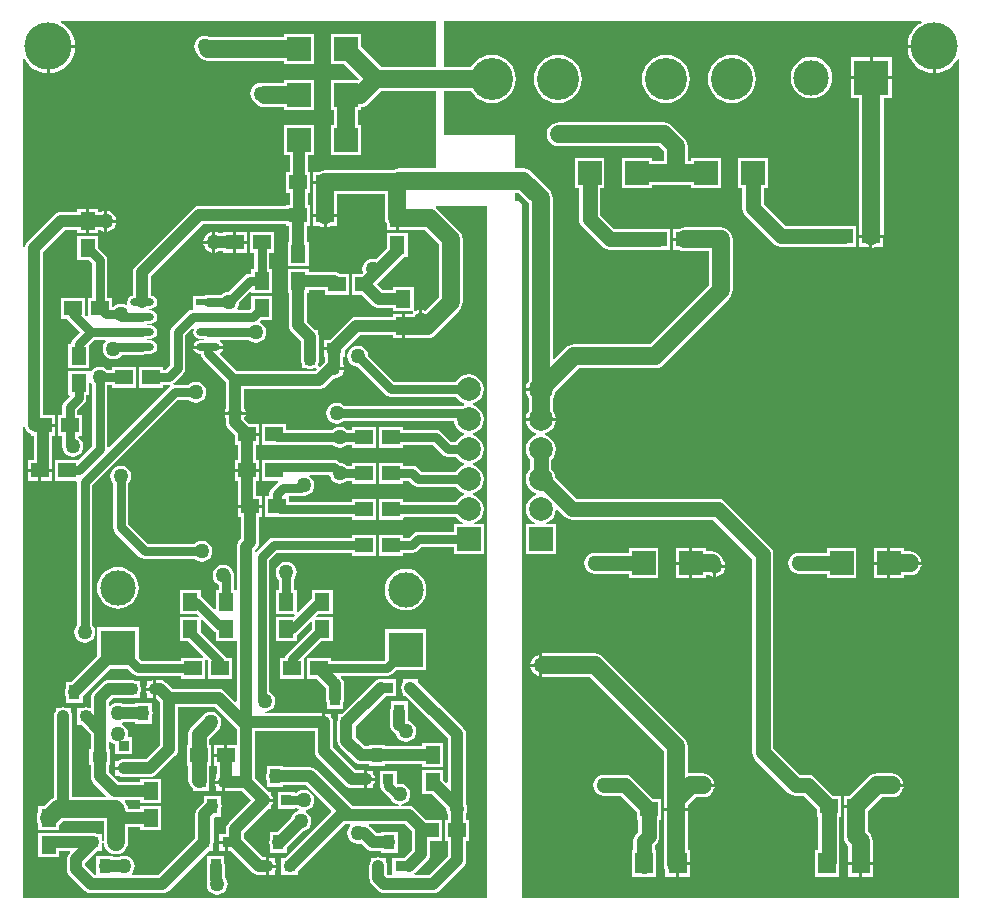
<source format=gbl>
G04 Layer_Physical_Order=2*
G04 Layer_Color=16711680*
%FSLAX25Y25*%
%MOIN*%
G70*
G01*
G75*
%ADD10R,0.05000X0.06000*%
%ADD18R,0.06000X0.05000*%
%ADD22C,0.03000*%
%ADD23C,0.04000*%
%ADD24C,0.06000*%
%ADD25C,0.05000*%
%ADD26R,0.07874X0.07874*%
%ADD27C,0.07874*%
%ADD28C,0.14000*%
%ADD29R,0.11811X0.11811*%
%ADD30C,0.11811*%
%ADD31C,0.15748*%
%ADD32R,0.11811X0.11811*%
%ADD33C,0.05000*%
%ADD34O,0.08000X0.02400*%
%ADD35R,0.08000X0.02400*%
%ADD36R,0.07874X0.07874*%
%ADD37R,0.06200X0.07000*%
%ADD38R,0.05000X0.03600*%
%ADD39R,0.03600X0.03600*%
%ADD40R,0.03600X0.03000*%
%ADD41R,0.03000X0.03600*%
%ADD42R,0.03600X0.03600*%
%ADD43R,0.03600X0.05000*%
G36*
X513000Y475476D02*
X494856D01*
X488063Y482269D01*
Y486437D01*
X478189D01*
Y476563D01*
X482357D01*
X487479Y471441D01*
X486975Y470937D01*
X478189D01*
Y461063D01*
X479092D01*
Y455937D01*
X478189D01*
Y446063D01*
X488063D01*
Y455937D01*
X487160D01*
Y461063D01*
X488063D01*
Y462007D01*
X488788Y462103D01*
X489761Y462506D01*
X490597Y463147D01*
X494856Y467406D01*
X513000D01*
Y441605D01*
X500697D01*
X499653Y441468D01*
X498680Y441065D01*
X498640Y441035D01*
X476126D01*
X475082Y440897D01*
X474123Y440500D01*
X472126D01*
Y437500D01*
X476126D01*
Y436500D01*
X472091D01*
Y426500D01*
X480161D01*
Y432966D01*
X496092D01*
Y425000D01*
X496229Y423956D01*
X496626Y422997D01*
Y421000D01*
X499626D01*
Y425000D01*
X500626D01*
Y421000D01*
X502738D01*
X503000Y420965D01*
X509329D01*
X513966Y416329D01*
Y398671D01*
X509473Y394178D01*
X508914Y394410D01*
X508500Y394464D01*
Y391000D01*
X507500D01*
Y394464D01*
X507086Y394410D01*
X506235Y394057D01*
X506068Y393929D01*
X505860Y394032D01*
X505860D01*
X505620Y394150D01*
Y402000D01*
X498620D01*
Y401026D01*
X495373D01*
X493405Y402994D01*
X502266Y411854D01*
X502378Y412000D01*
X503626D01*
Y420000D01*
X496626D01*
Y414773D01*
X493161Y411308D01*
X492914Y411410D01*
X492000Y411530D01*
X491086Y411410D01*
X490235Y411057D01*
X489504Y410496D01*
X488943Y409765D01*
X488590Y408914D01*
X488470Y408000D01*
X488590Y407086D01*
X488692Y406839D01*
X488347Y406494D01*
X485126D01*
Y399494D01*
X488347D01*
X491980Y395860D01*
X492607Y395379D01*
X493336Y395077D01*
X494120Y394974D01*
X494120Y394974D01*
X498620D01*
Y394000D01*
X505382D01*
X505484Y393702D01*
X505484Y393702D01*
X505543Y393527D01*
X505504Y393496D01*
X505150Y393035D01*
X503000D01*
X502738Y393000D01*
X502620D01*
Y389000D01*
Y385000D01*
X502738D01*
X503000Y384965D01*
X510000D01*
X510000Y384965D01*
X511044Y385103D01*
X512017Y385506D01*
X512853Y386147D01*
X520853Y394147D01*
X521494Y394983D01*
X521897Y395956D01*
X522035Y397000D01*
X522035Y397000D01*
Y418000D01*
X522035Y418000D01*
X522035Y418000D01*
Y418000D01*
X522035D01*
X522035Y418000D01*
X521897Y419044D01*
X521730Y419447D01*
X521494Y420017D01*
X520853Y420853D01*
X520853Y420853D01*
X513853Y427853D01*
X513017Y428494D01*
X512980Y428510D01*
X513077Y429000D01*
X529967D01*
Y198380D01*
X375545D01*
Y355436D01*
X376044Y355469D01*
X376077Y355217D01*
X376379Y354487D01*
X376860Y353860D01*
X377487Y353380D01*
X378000Y353167D01*
Y352500D01*
X378974D01*
Y344500D01*
X377000D01*
Y341500D01*
X385000D01*
Y341803D01*
X385026Y342000D01*
Y352500D01*
X386000D01*
Y355500D01*
X382000D01*
Y356500D01*
X386000D01*
Y359500D01*
X382026D01*
Y413747D01*
X389253Y420974D01*
X393506D01*
Y420000D01*
X396506D01*
Y424000D01*
Y428000D01*
X393506D01*
Y427026D01*
X388000D01*
X387217Y426923D01*
X386701Y426709D01*
X386487Y426620D01*
X385860Y426140D01*
X376860Y417140D01*
X376379Y416513D01*
X376291Y416299D01*
X376077Y415783D01*
X376044Y415531D01*
X375545Y415564D01*
Y477982D01*
X376030Y478104D01*
X376444Y477329D01*
X377553Y475978D01*
X378904Y474869D01*
X380446Y474045D01*
X382119Y473538D01*
X383358Y473416D01*
Y482283D01*
X383858D01*
Y482784D01*
X392726D01*
X392604Y484023D01*
X392096Y485696D01*
X391272Y487237D01*
X390163Y488589D01*
X388812Y489698D01*
X388038Y490112D01*
X388159Y490597D01*
X513000D01*
Y475476D01*
D02*
G37*
G36*
X674954Y490112D02*
X674180Y489698D01*
X672829Y488589D01*
X671720Y487237D01*
X670896Y485696D01*
X670388Y484023D01*
X670266Y482784D01*
X679134D01*
Y482283D01*
X679634D01*
Y473416D01*
X680873Y473538D01*
X682546Y474045D01*
X684088Y474869D01*
X685439Y475978D01*
X686548Y477329D01*
X686962Y478104D01*
X687447Y477982D01*
Y198380D01*
X541884D01*
Y429134D01*
X541767Y429719D01*
X541436Y430215D01*
X540940Y430547D01*
X540354Y430663D01*
X539370D01*
Y433536D01*
X540547D01*
X543965Y430118D01*
Y370852D01*
X543687Y370490D01*
X543190Y369289D01*
X543086Y368500D01*
X548000D01*
Y367500D01*
X543086D01*
X543190Y366711D01*
X543687Y365510D01*
X543965Y365148D01*
Y360852D01*
X543687Y360490D01*
X543190Y359289D01*
X543086Y358500D01*
X552914D01*
X552810Y359289D01*
X552313Y360490D01*
X552035Y360852D01*
Y365148D01*
X552313Y365510D01*
X552810Y366711D01*
X552870Y367164D01*
X560671Y374966D01*
X586000D01*
X586000Y374966D01*
X587044Y375103D01*
X588017Y375506D01*
X588853Y376147D01*
X610853Y398147D01*
X611494Y398983D01*
X611897Y399956D01*
X612035Y401000D01*
X612035Y401000D01*
Y418000D01*
X611897Y419044D01*
X611494Y420017D01*
X610853Y420853D01*
X610017Y421494D01*
X609044Y421897D01*
X608000Y422035D01*
X596000D01*
X594956Y421897D01*
X593997Y421500D01*
X592000D01*
Y418500D01*
X596000D01*
Y417500D01*
X592000D01*
Y414500D01*
X593997D01*
X594956Y414103D01*
X596000Y413966D01*
X603966D01*
Y402671D01*
X584329Y383034D01*
X559000D01*
X559000Y383034D01*
X557956Y382897D01*
X556983Y382494D01*
X556147Y381853D01*
X552496Y378202D01*
X552035Y378394D01*
Y431789D01*
X551897Y432833D01*
X551494Y433806D01*
X550853Y434642D01*
X550853Y434642D01*
X545071Y440424D01*
X544236Y441065D01*
X543262Y441468D01*
X542218Y441605D01*
X542218Y441605D01*
X539370D01*
Y452756D01*
X515748D01*
Y467406D01*
X524763D01*
X524993Y466975D01*
X525993Y465757D01*
X527211Y464757D01*
X528601Y464014D01*
X530109Y463557D01*
X531677Y463402D01*
X533245Y463557D01*
X534753Y464014D01*
X536143Y464757D01*
X537361Y465757D01*
X538361Y466975D01*
X539104Y468365D01*
X539561Y469873D01*
X539716Y471441D01*
X539561Y473009D01*
X539104Y474517D01*
X538361Y475907D01*
X537361Y477125D01*
X536143Y478125D01*
X534753Y478868D01*
X533245Y479325D01*
X531677Y479480D01*
X530109Y479325D01*
X528601Y478868D01*
X527211Y478125D01*
X525993Y477125D01*
X524993Y475907D01*
X524763Y475476D01*
X515748D01*
Y490597D01*
X674833D01*
X674954Y490112D01*
D02*
G37*
%LPC*%
G36*
X418776Y270988D02*
X418492Y270951D01*
X418196Y270828D01*
X416776D01*
Y269698D01*
X416655Y269541D01*
X416353Y268811D01*
X416315Y268528D01*
X418776D01*
Y270988D01*
D02*
G37*
G36*
X416276Y268225D02*
X416250Y268028D01*
X416276Y267831D01*
Y268225D01*
D02*
G37*
G36*
X547500Y275500D02*
X544536D01*
X544590Y275086D01*
X544943Y274235D01*
X545504Y273504D01*
X546235Y272943D01*
X546623Y272782D01*
X546983Y272506D01*
X547500Y272292D01*
Y275500D01*
D02*
G37*
G36*
X463126Y310530D02*
X462212Y310410D01*
X461361Y310057D01*
X460630Y309496D01*
X460069Y308765D01*
X459716Y307914D01*
X459596Y307000D01*
X459716Y306086D01*
X460069Y305235D01*
X460583Y304564D01*
Y301000D01*
X459632D01*
Y293000D01*
X465868D01*
X466059Y292538D01*
X465521Y292000D01*
X459632D01*
Y284000D01*
X466632D01*
Y286000D01*
X466928Y286198D01*
X471170Y290440D01*
X471632Y290248D01*
Y288105D01*
X463324Y279796D01*
X462771Y278969D01*
X462676Y278494D01*
X461126D01*
Y271494D01*
X469126D01*
Y278389D01*
X474737Y284000D01*
X478632D01*
Y292000D01*
X473384D01*
X473193Y292462D01*
X473731Y293000D01*
X478632D01*
Y301000D01*
X471632D01*
Y298111D01*
X467094Y293573D01*
X466632Y293764D01*
Y301000D01*
X465681D01*
Y304581D01*
X466183Y305235D01*
X466536Y306086D01*
X466656Y307000D01*
X466536Y307914D01*
X466183Y308765D01*
X465622Y309496D01*
X464891Y310057D01*
X464040Y310410D01*
X463126Y310530D01*
D02*
G37*
G36*
X418776Y267528D02*
X416315D01*
X416353Y267245D01*
X416655Y266515D01*
X416776Y266358D01*
Y265228D01*
X418196D01*
X418492Y265105D01*
X418776Y265068D01*
Y267528D01*
D02*
G37*
G36*
X494780Y271554D02*
X493997Y271451D01*
X493267Y271148D01*
X492640Y270667D01*
X481745Y259772D01*
X480424D01*
Y258052D01*
X480302Y257755D01*
X480199Y256972D01*
Y250776D01*
X480302Y249992D01*
X480515Y249476D01*
X480604Y249263D01*
X481085Y248636D01*
X485888Y243833D01*
X486515Y243352D01*
X487245Y243049D01*
X488028Y242946D01*
X490625D01*
Y242472D01*
X496224D01*
Y242946D01*
X508506D01*
Y242000D01*
X515506D01*
Y250000D01*
X508506D01*
Y248998D01*
X496224D01*
Y249472D01*
X490625D01*
Y248998D01*
X489281D01*
X486250Y252029D01*
Y255719D01*
X496259Y265728D01*
X499823D01*
Y271328D01*
X495860D01*
X495563Y271451D01*
X494780Y271554D01*
D02*
G37*
G36*
X490225Y240932D02*
Y238472D01*
X492685D01*
X492647Y238755D01*
X492345Y239485D01*
X492225Y239642D01*
Y240772D01*
X490804D01*
X490508Y240895D01*
X490225Y240932D01*
D02*
G37*
G36*
X442500Y249494D02*
X439000D01*
Y246494D01*
X442500D01*
Y249494D01*
D02*
G37*
G36*
X411775Y271054D02*
X404028D01*
X403245Y270951D01*
X402729Y270737D01*
X402515Y270648D01*
X401888Y270167D01*
X398888Y267167D01*
X398407Y266541D01*
X398319Y266327D01*
X398105Y265811D01*
X398002Y265028D01*
Y261772D01*
X397355D01*
X397059Y261895D01*
X396275Y261998D01*
X395492Y261895D01*
X395196Y261772D01*
X393476D01*
Y260052D01*
X393353Y259755D01*
X393250Y258972D01*
X393353Y258189D01*
X393476Y257893D01*
Y256172D01*
X394796D01*
X398002Y252966D01*
Y248224D01*
X397528D01*
Y242624D01*
X398002D01*
Y238972D01*
X398105Y238189D01*
X398319Y237673D01*
X398407Y237459D01*
X398888Y236833D01*
X403224Y232497D01*
X403033Y232034D01*
X391801D01*
Y258972D01*
X391698Y259755D01*
X391396Y260485D01*
X391276Y260642D01*
Y261772D01*
X389855D01*
X389559Y261895D01*
X388775Y261998D01*
X387992Y261895D01*
X387696Y261772D01*
X386276D01*
Y260642D01*
X386155Y260485D01*
X385853Y259755D01*
X385750Y258972D01*
Y231814D01*
X384976Y231494D01*
X384141Y230853D01*
X382288Y229000D01*
X380494D01*
Y227003D01*
X380097Y226044D01*
X379959Y225000D01*
X380097Y223956D01*
X380494Y222997D01*
Y221000D01*
X383731D01*
X383994Y220966D01*
X384256Y221000D01*
X387494D01*
Y222794D01*
X388665Y223966D01*
X402367D01*
Y217511D01*
X401868Y217479D01*
X401824Y217811D01*
X401701Y218107D01*
Y219828D01*
X399981D01*
X399685Y219951D01*
X398902Y220054D01*
X385021D01*
X384614Y220000D01*
X380494D01*
Y212000D01*
X387494D01*
Y214002D01*
X390943D01*
X391134Y213540D01*
X390986Y213392D01*
X390506Y212765D01*
X390417Y212551D01*
X390203Y212035D01*
X390100Y211252D01*
Y208000D01*
X390203Y207217D01*
X390417Y206701D01*
X390506Y206487D01*
X390986Y205860D01*
X395986Y200860D01*
X396613Y200379D01*
X396978Y200228D01*
X397343Y200077D01*
X397434Y200065D01*
X398126Y199974D01*
X398126Y199974D01*
X421874D01*
X422657Y200077D01*
X423173Y200291D01*
X423387Y200379D01*
X424013Y200860D01*
X437381Y214228D01*
X438701D01*
Y215948D01*
X438736Y216031D01*
X438824Y216245D01*
X438836Y216336D01*
X438927Y217028D01*
X438927Y217028D01*
Y225100D01*
X439355Y225528D01*
X441375D01*
Y227948D01*
X441498Y228245D01*
X441601Y229028D01*
X441498Y229811D01*
X441375Y230107D01*
Y232528D01*
X435776D01*
Y230507D01*
X433762Y228493D01*
X433281Y227867D01*
X433192Y227653D01*
X432979Y227137D01*
X432876Y226354D01*
Y218281D01*
X420620Y206026D01*
X411777D01*
X411617Y206499D01*
X411622Y206504D01*
X412183Y207235D01*
X412536Y208086D01*
X412656Y209000D01*
X412536Y209914D01*
X412183Y210765D01*
X411622Y211496D01*
X410891Y212057D01*
X410040Y212410D01*
X409126Y212530D01*
X408212Y212410D01*
X407361Y212057D01*
X407356Y212054D01*
X405502D01*
Y212528D01*
X399902D01*
Y210107D01*
X399779Y209811D01*
X399676Y209028D01*
X399779Y208245D01*
X399902Y207948D01*
Y206026D01*
X399379D01*
X396152Y209253D01*
Y209999D01*
X400381Y214228D01*
X401701D01*
Y215948D01*
X401824Y216245D01*
X401897Y216798D01*
X402397D01*
X402504Y215984D01*
X402908Y215010D01*
X403549Y214175D01*
X404384Y213534D01*
X405357Y213131D01*
X406401Y212993D01*
X407446Y213131D01*
X408419Y213534D01*
X409254Y214175D01*
X409896Y215010D01*
X410298Y215984D01*
X410436Y217028D01*
Y221974D01*
X414506D01*
Y221000D01*
X421506D01*
Y229000D01*
X414506D01*
Y228026D01*
X410380D01*
X410298Y228643D01*
X409896Y229616D01*
X409254Y230451D01*
X409190Y230501D01*
X409305Y230839D01*
X409481Y230974D01*
X414506D01*
Y230000D01*
X421506D01*
Y238000D01*
X414506D01*
Y237026D01*
X407253D01*
X404054Y240226D01*
Y242624D01*
X404528D01*
Y248224D01*
X404054D01*
Y250351D01*
X404504Y250504D01*
X405235Y249943D01*
X406086Y249590D01*
X406228Y249571D01*
Y246425D01*
X411828D01*
Y252025D01*
X410781D01*
X410451Y252400D01*
X410530Y253000D01*
X410410Y253914D01*
X410057Y254765D01*
X409496Y255496D01*
X408765Y256057D01*
X408765Y256057D01*
X408765D01*
X408376Y256322D01*
X408427Y256819D01*
X408793Y256971D01*
X408834Y257002D01*
X412776D01*
Y256528D01*
X418375D01*
Y258948D01*
X418498Y259245D01*
X418601Y260028D01*
X418498Y260811D01*
X418375Y261107D01*
Y263528D01*
X412776D01*
Y263054D01*
X408834D01*
X408793Y263085D01*
X407941Y263438D01*
X407028Y263558D01*
X406114Y263438D01*
X405263Y263085D01*
X404532Y262524D01*
X404527Y262518D01*
X404054Y262679D01*
Y263774D01*
X405281Y265002D01*
X411775D01*
X412559Y265105D01*
X412855Y265228D01*
X414575D01*
Y266948D01*
X414698Y267245D01*
X414801Y268028D01*
X414698Y268811D01*
X414575Y269107D01*
Y270828D01*
X412855D01*
X412559Y270951D01*
X411775Y271054D01*
D02*
G37*
G36*
X503623Y264028D02*
X498023D01*
Y261607D01*
X497900Y261311D01*
X497797Y260528D01*
Y256177D01*
X497900Y255394D01*
X498203Y254664D01*
X498684Y254037D01*
X499310Y253556D01*
X499541Y253461D01*
X499590Y253086D01*
X499943Y252235D01*
X500504Y251504D01*
X501235Y250943D01*
X502086Y250590D01*
X503000Y250470D01*
X503914Y250590D01*
X504765Y250943D01*
X505496Y251504D01*
X506057Y252235D01*
X506410Y253086D01*
X506530Y254000D01*
X506410Y254914D01*
X506057Y255765D01*
X505496Y256496D01*
X504765Y257057D01*
X503914Y257410D01*
X503849Y257418D01*
Y260528D01*
X503746Y261311D01*
X503623Y261607D01*
Y264028D01*
D02*
G37*
G36*
X653189Y314937D02*
X643315D01*
Y313530D01*
X634000D01*
X633086Y313410D01*
X632235Y313057D01*
X631504Y312496D01*
X630943Y311765D01*
X630590Y310914D01*
X630470Y310000D01*
X630590Y309086D01*
X630943Y308235D01*
X631504Y307504D01*
X632235Y306943D01*
X633086Y306590D01*
X634000Y306470D01*
X643315D01*
Y305063D01*
X653189D01*
Y314937D01*
D02*
G37*
G36*
X597500Y309500D02*
X593063D01*
Y305063D01*
X597500D01*
Y309500D01*
D02*
G37*
G36*
X663500D02*
X659063D01*
Y305063D01*
X663500D01*
Y309500D01*
D02*
G37*
G36*
X609464Y308500D02*
X606500D01*
Y305536D01*
X606914Y305590D01*
X607765Y305943D01*
X608496Y306504D01*
X609057Y307235D01*
X609410Y308086D01*
X609464Y308500D01*
D02*
G37*
G36*
X602937Y314937D02*
X598500D01*
Y310000D01*
Y305063D01*
X602937D01*
Y305965D01*
X604205D01*
X604235Y305943D01*
X605086Y305590D01*
X605500Y305536D01*
Y309000D01*
X606000D01*
Y309500D01*
X609464D01*
X609410Y309914D01*
X609057Y310765D01*
X608908Y310959D01*
X608897Y311044D01*
X608494Y312017D01*
X607853Y312853D01*
X607017Y313494D01*
X606044Y313897D01*
X605000Y314035D01*
X602937D01*
Y314937D01*
D02*
G37*
G36*
X509858Y288094D02*
X496046D01*
Y277888D01*
X495701Y277543D01*
X478126D01*
Y278494D01*
X470126D01*
Y271494D01*
X473347D01*
X476285Y268555D01*
X476399Y268468D01*
Y264972D01*
X476502Y264189D01*
X476624Y263893D01*
Y261472D01*
X482225D01*
Y263893D01*
X482347Y264189D01*
X482450Y264972D01*
Y269695D01*
X482347Y270478D01*
X482045Y271208D01*
X481564Y271835D01*
X481386Y271971D01*
X481547Y272445D01*
X496757D01*
X497732Y272639D01*
X498559Y273191D01*
X498559Y273191D01*
X498559Y273191D01*
X499651Y274284D01*
X509858D01*
Y288094D01*
D02*
G37*
G36*
X547500Y279708D02*
X546983Y279494D01*
X546623Y279218D01*
X546235Y279057D01*
X545504Y278496D01*
X544943Y277765D01*
X544590Y276914D01*
X544536Y276500D01*
X547500D01*
Y279708D01*
D02*
G37*
G36*
X502952Y308128D02*
X501598Y307995D01*
X500296Y307600D01*
X499097Y306959D01*
X498045Y306096D01*
X497182Y305044D01*
X496541Y303844D01*
X496146Y302543D01*
X496013Y301189D01*
X496146Y299835D01*
X496541Y298534D01*
X497182Y297334D01*
X498045Y296282D01*
X499097Y295420D01*
X500296Y294778D01*
X501598Y294383D01*
X502952Y294250D01*
X504306Y294383D01*
X505607Y294778D01*
X506807Y295420D01*
X507859Y296282D01*
X508721Y297334D01*
X509363Y298534D01*
X509758Y299835D01*
X509891Y301189D01*
X509758Y302543D01*
X509363Y303844D01*
X508721Y305044D01*
X507859Y306096D01*
X506807Y306959D01*
X505607Y307600D01*
X504306Y307995D01*
X502952Y308128D01*
D02*
G37*
G36*
X587189Y314937D02*
X577315D01*
Y313530D01*
X566000D01*
X565086Y313410D01*
X564235Y313057D01*
X563504Y312496D01*
X562943Y311765D01*
X562590Y310914D01*
X562470Y310000D01*
X562590Y309086D01*
X562943Y308235D01*
X563504Y307504D01*
X564235Y306943D01*
X565086Y306590D01*
X566000Y306470D01*
X577315D01*
Y305063D01*
X587189D01*
Y314937D01*
D02*
G37*
G36*
X407031Y308726D02*
X405677Y308593D01*
X404375Y308198D01*
X403176Y307557D01*
X402124Y306694D01*
X401261Y305643D01*
X400620Y304443D01*
X400225Y303141D01*
X400092Y301787D01*
X400225Y300434D01*
X400620Y299132D01*
X401261Y297932D01*
X402124Y296881D01*
X403176Y296018D01*
X404375Y295377D01*
X405677Y294982D01*
X407031Y294848D01*
X408384Y294982D01*
X409686Y295377D01*
X410886Y296018D01*
X411937Y296881D01*
X412800Y297932D01*
X413441Y299132D01*
X413836Y300434D01*
X413970Y301787D01*
X413836Y303141D01*
X413441Y304443D01*
X412800Y305643D01*
X411937Y306694D01*
X410886Y307557D01*
X409686Y308198D01*
X408384Y308593D01*
X407031Y308726D01*
D02*
G37*
G36*
X492725Y238169D02*
Y237775D01*
X492750Y237972D01*
X492725Y238169D01*
D02*
G37*
G36*
X658700Y209500D02*
X655100D01*
Y205500D01*
X658700D01*
Y209500D01*
D02*
G37*
G36*
X654100D02*
X650500D01*
Y205500D01*
X654100D01*
Y209500D01*
D02*
G37*
G36*
X459810Y208472D02*
X457350D01*
Y206012D01*
X457634Y206049D01*
X457930Y206172D01*
X459350D01*
Y207302D01*
X459471Y207459D01*
X459773Y208189D01*
X459810Y208472D01*
D02*
G37*
G36*
X457350Y211932D02*
Y209472D01*
X459810D01*
X459773Y209755D01*
X459471Y210485D01*
X459350Y210642D01*
Y211772D01*
X457930D01*
X457634Y211895D01*
X457350Y211932D01*
D02*
G37*
G36*
X459851Y209169D02*
Y208775D01*
X459876Y208972D01*
X459851Y209169D01*
D02*
G37*
G36*
X576000Y239530D02*
X569000D01*
X568086Y239410D01*
X567235Y239057D01*
X566504Y238496D01*
X565943Y237765D01*
X565590Y236914D01*
X565470Y236000D01*
X565590Y235086D01*
X565943Y234235D01*
X566504Y233504D01*
X567235Y232943D01*
X568086Y232590D01*
X569000Y232470D01*
X574538D01*
X580000Y227008D01*
Y224500D01*
X580470D01*
Y220462D01*
X579904Y219896D01*
X579343Y219165D01*
X578990Y218314D01*
X578870Y217400D01*
Y214500D01*
X578300D01*
Y205500D01*
X582171D01*
X582400Y205470D01*
X582629Y205500D01*
X586500D01*
Y214500D01*
X585930D01*
Y215938D01*
X586496Y216504D01*
X587057Y217235D01*
X587410Y218086D01*
X587530Y219000D01*
Y224500D01*
X588000D01*
Y231500D01*
X585493D01*
X578496Y238496D01*
X577765Y239057D01*
X576914Y239410D01*
X576000Y239530D01*
D02*
G37*
G36*
X442501Y212528D02*
X436902D01*
Y210107D01*
X436779Y209811D01*
X436676Y209028D01*
Y204575D01*
X436752Y203999D01*
X436716Y203914D01*
X436596Y203000D01*
X436716Y202086D01*
X437069Y201235D01*
X437630Y200504D01*
X438361Y199943D01*
X439212Y199590D01*
X440126Y199470D01*
X441040Y199590D01*
X441891Y199943D01*
X442622Y200504D01*
X443183Y201235D01*
X443536Y202086D01*
X443656Y203000D01*
X443536Y203914D01*
X443183Y204765D01*
X442727Y205359D01*
Y209028D01*
X442624Y209811D01*
X442501Y210107D01*
Y212528D01*
D02*
G37*
G36*
X597035Y227500D02*
X588966D01*
Y209600D01*
X589103Y208556D01*
X589500Y207597D01*
Y205500D01*
X593100D01*
Y210000D01*
X593600D01*
Y210500D01*
X597700D01*
Y214500D01*
X597035D01*
Y227500D01*
D02*
G37*
G36*
X552914Y357500D02*
X543086D01*
X543190Y356711D01*
X543687Y355510D01*
X544479Y354479D01*
X545510Y353688D01*
X546566Y353250D01*
Y352750D01*
X545510Y352312D01*
X544479Y351521D01*
X543687Y350490D01*
X543190Y349289D01*
X543020Y348000D01*
X543190Y346711D01*
X543687Y345510D01*
X544470Y344491D01*
Y341509D01*
X543687Y340490D01*
X543190Y339289D01*
X543020Y338000D01*
X543190Y336711D01*
X543687Y335510D01*
X544479Y334479D01*
X545510Y333687D01*
X546566Y333250D01*
Y332750D01*
X545510Y332312D01*
X544479Y331521D01*
X543687Y330490D01*
X543190Y329289D01*
X543020Y328000D01*
X543190Y326711D01*
X543687Y325510D01*
X544479Y324479D01*
X545510Y323688D01*
X546138Y323427D01*
X546041Y322937D01*
X543063D01*
Y313063D01*
X552937D01*
Y322937D01*
X549959D01*
X549862Y323427D01*
X550490Y323688D01*
X551521Y324479D01*
X552313Y325510D01*
X552810Y326711D01*
X552969Y327922D01*
X553443Y328082D01*
X556021Y325504D01*
X556752Y324943D01*
X557604Y324590D01*
X558518Y324470D01*
X558518Y324470D01*
X605538D01*
X618470Y311538D01*
Y247000D01*
X618590Y246086D01*
X618943Y245235D01*
X619504Y244504D01*
X630504Y233504D01*
X631235Y232943D01*
X632086Y232590D01*
X633000Y232470D01*
X635538D01*
X640000Y228008D01*
Y225500D01*
X640470D01*
Y214500D01*
X639300D01*
Y205500D01*
X647500D01*
Y210371D01*
X647530Y210600D01*
X647530Y210600D01*
X647530Y210600D01*
Y210600D01*
Y225500D01*
X648000D01*
Y232500D01*
X645493D01*
X639496Y238496D01*
X638765Y239057D01*
X637914Y239410D01*
X637000Y239530D01*
X634462D01*
X625530Y248462D01*
Y313000D01*
X625410Y313914D01*
X625057Y314765D01*
X624496Y315496D01*
X609496Y330496D01*
X608765Y331057D01*
X607914Y331410D01*
X607000Y331530D01*
X559980D01*
X552899Y338611D01*
X552810Y339289D01*
X552313Y340490D01*
X551530Y341509D01*
Y344491D01*
X552313Y345510D01*
X552810Y346711D01*
X552980Y348000D01*
X552810Y349289D01*
X552313Y350490D01*
X551521Y351521D01*
X550490Y352312D01*
X549434Y352750D01*
Y353250D01*
X550490Y353688D01*
X551521Y354479D01*
X552313Y355510D01*
X552810Y356711D01*
X552914Y357500D01*
D02*
G37*
G36*
X597700Y209500D02*
X594100D01*
Y205500D01*
X597700D01*
Y209500D01*
D02*
G37*
G36*
X566000Y280034D02*
X566000Y280034D01*
X549000D01*
X548500Y279969D01*
Y276000D01*
Y272031D01*
X549000Y271966D01*
X564329D01*
X588966Y247329D01*
Y231000D01*
X588966Y231000D01*
X588966Y231000D01*
Y228500D01*
X597035D01*
Y229329D01*
X599671Y231965D01*
X602000D01*
X603044Y232103D01*
X604017Y232506D01*
X604853Y233147D01*
X605494Y233983D01*
X605897Y234956D01*
X605969Y235500D01*
X602000D01*
Y236500D01*
X605969D01*
Y236500D01*
Y235500D01*
X606035Y236000D01*
X605897Y237044D01*
X605494Y238017D01*
X604853Y238853D01*
X604017Y239494D01*
X603044Y239897D01*
X602000Y240035D01*
X598000D01*
X598000Y240035D01*
X597410Y239957D01*
X597035Y240287D01*
Y249000D01*
X597035Y249000D01*
X596897Y250044D01*
X596494Y251017D01*
X595853Y251853D01*
X595853Y251853D01*
X568853Y278853D01*
X568017Y279494D01*
X567044Y279897D01*
X566000Y280034D01*
D02*
G37*
G36*
X492685Y237472D02*
X490225D01*
Y235012D01*
X490508Y235049D01*
X490804Y235172D01*
X492225D01*
Y236302D01*
X492345Y236459D01*
X492647Y237189D01*
X492685Y237472D01*
D02*
G37*
G36*
X665000Y240035D02*
X660000D01*
X658956Y239897D01*
X658553Y239730D01*
X657983Y239494D01*
X657147Y238853D01*
X657147Y238853D01*
X650794Y232500D01*
X649000D01*
Y229500D01*
X653000D01*
Y228500D01*
X648966D01*
Y219000D01*
X648966Y219000D01*
X649103Y217956D01*
X649506Y216983D01*
X650147Y216147D01*
X650565Y215729D01*
Y214500D01*
X650500D01*
Y210500D01*
X658700D01*
Y214500D01*
X658635D01*
Y217400D01*
X658497Y218444D01*
X658094Y219417D01*
X657453Y220253D01*
X657034Y220671D01*
Y227329D01*
X661671Y231965D01*
X665000D01*
X666044Y232103D01*
X667017Y232506D01*
X667853Y233147D01*
X668494Y233983D01*
X668897Y234956D01*
X668969Y235500D01*
X665000D01*
Y236500D01*
X668969D01*
Y236500D01*
Y235500D01*
X669034Y236000D01*
X668897Y237044D01*
X668494Y238017D01*
X667853Y238853D01*
X667017Y239494D01*
X666044Y239897D01*
X665000Y240035D01*
D02*
G37*
G36*
X439276Y237225D02*
X439250Y237028D01*
X439276Y236831D01*
Y237225D01*
D02*
G37*
G36*
X504523Y271554D02*
X503740Y271451D01*
X503444Y271328D01*
X502023D01*
Y270198D01*
X501903Y270041D01*
X501600Y269311D01*
X501497Y268528D01*
X501600Y267745D01*
X501903Y267015D01*
X502023Y266858D01*
Y265728D01*
X503044D01*
X516974Y251798D01*
Y236965D01*
X516512Y236773D01*
X515506Y237779D01*
Y241000D01*
X508506D01*
Y233000D01*
X511727D01*
X516500Y228227D01*
X516470Y228000D01*
X516590Y227086D01*
X516943Y226235D01*
X516974Y226194D01*
Y224506D01*
X516000D01*
Y217506D01*
X516974D01*
Y212253D01*
X510896Y206175D01*
X506033D01*
X505872Y206649D01*
X506112Y206833D01*
X510140Y210860D01*
X510620Y211487D01*
X510923Y212217D01*
X511026Y213000D01*
X511026Y213000D01*
X511026Y213000D01*
Y213000D01*
Y217506D01*
X515000D01*
Y224506D01*
X509773D01*
X506140Y228140D01*
X505513Y228621D01*
X505299Y228709D01*
X504783Y228923D01*
X504000Y229026D01*
X501451D01*
X501418Y229525D01*
X501914Y229590D01*
X502765Y229943D01*
X503496Y230504D01*
X504057Y231235D01*
X504410Y232086D01*
X504530Y233000D01*
X504410Y233914D01*
X504057Y234765D01*
X503496Y235496D01*
X502765Y236057D01*
X501914Y236410D01*
X501000Y236530D01*
X500400Y236451D01*
X500025Y236781D01*
Y240772D01*
X494424D01*
Y235172D01*
X494796D01*
X494870Y234800D01*
X495422Y233973D01*
X497789Y231606D01*
X497943Y231235D01*
X498504Y230504D01*
X499235Y229943D01*
X500086Y229590D01*
X500582Y229525D01*
X500549Y229026D01*
X485253D01*
X473167Y241112D01*
X472541Y241593D01*
X472327Y241681D01*
X471811Y241895D01*
X471028Y241998D01*
X462224D01*
Y242472D01*
X456625D01*
Y240052D01*
X456502Y239755D01*
X456399Y238972D01*
X456502Y238189D01*
X456625Y237893D01*
Y235472D01*
X462224D01*
Y235946D01*
X469774D01*
X478160Y227561D01*
Y227061D01*
X462871Y211772D01*
X461551D01*
Y210052D01*
X461428Y209755D01*
X461325Y208972D01*
X461428Y208189D01*
X461551Y207893D01*
Y206172D01*
X463271D01*
X463567Y206049D01*
X464351Y205946D01*
X465134Y206049D01*
X465430Y206172D01*
X467150D01*
Y207493D01*
X482632Y222974D01*
X484349D01*
X484510Y222501D01*
X484504Y222496D01*
X483943Y221765D01*
X483590Y220914D01*
X483470Y220000D01*
X483590Y219086D01*
X483943Y218235D01*
X484504Y217504D01*
X485235Y216943D01*
X486086Y216590D01*
X487000Y216470D01*
X487914Y216590D01*
X488067Y216654D01*
X489888Y214833D01*
X489888Y214833D01*
X490160Y214624D01*
X490515Y214352D01*
X491245Y214049D01*
X492028Y213946D01*
X492028Y213946D01*
X494750D01*
Y213472D01*
X500351D01*
Y215893D01*
X500473Y216189D01*
X500576Y216972D01*
X500473Y217755D01*
X500351Y218052D01*
Y220472D01*
X494750D01*
Y219998D01*
X493281D01*
X491140Y222140D01*
X490669Y222501D01*
X490830Y222974D01*
X502747D01*
X504974Y220747D01*
Y214253D01*
X502493Y211772D01*
X498551D01*
Y206175D01*
X497104D01*
X496876Y206403D01*
Y208972D01*
X496773Y209755D01*
X496471Y210485D01*
X496350Y210642D01*
Y211772D01*
X494930D01*
X494634Y211895D01*
X493851Y211998D01*
X493067Y211895D01*
X492771Y211772D01*
X491351D01*
Y210642D01*
X491230Y210485D01*
X490928Y209755D01*
X490825Y208972D01*
Y205150D01*
X490928Y204366D01*
X491141Y203850D01*
X491230Y203637D01*
X491711Y203010D01*
X493711Y201010D01*
X493711Y201010D01*
X493711D01*
X493711Y201010D01*
X493711D01*
X493711Y201010D01*
Y201010D01*
Y201010D01*
D01*
D01*
X493711D01*
Y201010D01*
X494338Y200529D01*
X495067Y200227D01*
X495158Y200215D01*
X495851Y200124D01*
X495851Y200124D01*
X512149D01*
X512933Y200227D01*
X513449Y200441D01*
X513662Y200529D01*
X514289Y201010D01*
X522140Y208860D01*
X522140Y208860D01*
X522348Y209133D01*
X522620Y209487D01*
X522923Y210217D01*
X523026Y211000D01*
X523026Y211000D01*
Y217506D01*
X524000D01*
Y224506D01*
X523026D01*
Y226194D01*
X523057Y226235D01*
X523410Y227086D01*
X523530Y228000D01*
X523410Y228914D01*
X523057Y229765D01*
X523026Y229806D01*
Y253051D01*
X522923Y253834D01*
X522709Y254350D01*
X522620Y254564D01*
X522140Y255191D01*
X507023Y270307D01*
Y271328D01*
X505603D01*
X505306Y271451D01*
X504523Y271554D01*
D02*
G37*
G36*
X458724Y231169D02*
Y230775D01*
X458750Y230972D01*
X458750Y230972D01*
X458750Y230972D01*
Y230972D01*
X458750D01*
X458750Y230972D01*
X458724Y231169D01*
D02*
G37*
G36*
X442902Y216528D02*
X440902D01*
Y214228D01*
X442902D01*
Y216528D01*
D02*
G37*
G36*
X469000Y234530D02*
X468086Y234410D01*
X467235Y234057D01*
X466536Y233521D01*
X466024D01*
Y233772D01*
X460425D01*
Y228172D01*
X466024D01*
Y228423D01*
X466609D01*
X467235Y227943D01*
X467283Y227923D01*
X467218Y227427D01*
X467086Y227410D01*
X466235Y227057D01*
X465504Y226496D01*
X464943Y225765D01*
X464590Y224914D01*
X464583Y224863D01*
X460193Y220472D01*
X457751D01*
Y218052D01*
X457628Y217755D01*
X457525Y216972D01*
X457628Y216189D01*
X457751Y215893D01*
Y213472D01*
X463350D01*
Y215071D01*
X468863Y220583D01*
X468914Y220590D01*
X469765Y220943D01*
X470496Y221504D01*
X471057Y222235D01*
X471410Y223086D01*
X471530Y224000D01*
X471410Y224914D01*
X471057Y225765D01*
X470496Y226496D01*
X469765Y227057D01*
X469717Y227077D01*
X469782Y227573D01*
X469914Y227590D01*
X470765Y227943D01*
X471496Y228504D01*
X472057Y229235D01*
X472410Y230086D01*
X472530Y231000D01*
X472410Y231914D01*
X472057Y232765D01*
X471496Y233496D01*
X470765Y234057D01*
X469914Y234410D01*
X469000Y234530D01*
D02*
G37*
G36*
X438000Y260530D02*
X437086Y260410D01*
X436235Y260057D01*
X435504Y259496D01*
X435070Y258930D01*
X434504Y258496D01*
X431504Y255496D01*
X430943Y254765D01*
X430590Y253914D01*
X430470Y253000D01*
Y249494D01*
X430000D01*
Y242494D01*
X430470D01*
Y237803D01*
X430590Y236890D01*
X430943Y236038D01*
X431504Y235307D01*
X431976Y234945D01*
Y234228D01*
X437575D01*
Y239828D01*
X437530D01*
Y242494D01*
X438000D01*
Y249494D01*
X437530D01*
Y251538D01*
X439496Y253504D01*
X439930Y254070D01*
X440496Y254504D01*
X441057Y255235D01*
X441410Y256086D01*
X441530Y257000D01*
X441410Y257914D01*
X441057Y258765D01*
X440496Y259496D01*
X439765Y260057D01*
X438914Y260410D01*
X438000Y260530D01*
D02*
G37*
G36*
X441776Y236528D02*
X439315D01*
X439353Y236245D01*
X439655Y235515D01*
X439776Y235358D01*
Y234228D01*
X441196D01*
X441492Y234105D01*
X441776Y234068D01*
Y236528D01*
D02*
G37*
G36*
X668937Y314937D02*
X664500D01*
Y310000D01*
Y305063D01*
X668937D01*
Y305965D01*
X671000D01*
X672044Y306103D01*
X673017Y306506D01*
X673853Y307147D01*
X674494Y307983D01*
X674897Y308956D01*
X674969Y309500D01*
X671000D01*
Y310500D01*
X674969D01*
Y310500D01*
Y309500D01*
X675035Y310000D01*
X674897Y311044D01*
X674494Y312017D01*
X673853Y312853D01*
X673017Y313494D01*
X672044Y313897D01*
X671000Y314035D01*
X668937D01*
Y314937D01*
D02*
G37*
G36*
X480126Y425500D02*
X476626D01*
Y422031D01*
X477170Y422103D01*
X478129Y422500D01*
X480126D01*
Y425500D01*
D02*
G37*
G36*
X475626D02*
X472126D01*
Y422500D01*
X474123D01*
X475082Y422103D01*
X475626Y422031D01*
Y425500D01*
D02*
G37*
G36*
X403500Y427464D02*
Y424500D01*
X406464D01*
X406410Y424914D01*
X406057Y425765D01*
X405496Y426496D01*
X404765Y427057D01*
X403914Y427410D01*
X403500Y427464D01*
D02*
G37*
G36*
X589000Y457034D02*
X589000Y457034D01*
X554000D01*
X552956Y456897D01*
X551983Y456494D01*
X551147Y455853D01*
X550506Y455017D01*
X550103Y454044D01*
X549965Y453000D01*
X550103Y451956D01*
X550506Y450983D01*
X551147Y450147D01*
X551983Y449506D01*
X552956Y449103D01*
X554000Y448966D01*
X587329D01*
X588966Y447329D01*
Y444041D01*
X584937D01*
Y444943D01*
X575063D01*
Y435069D01*
X584937D01*
Y435972D01*
X598063D01*
Y435063D01*
X607937D01*
Y444937D01*
X598063D01*
Y444041D01*
X597035D01*
Y449000D01*
X596897Y450044D01*
X596494Y451017D01*
X596216Y451380D01*
X595853Y451853D01*
X595853Y451853D01*
X591853Y455853D01*
X591017Y456494D01*
X590044Y456897D01*
X589000Y457034D01*
D02*
G37*
G36*
X472315Y455937D02*
X462441D01*
Y446063D01*
X464352D01*
Y440500D01*
X463126D01*
Y433500D01*
X464352D01*
Y429500D01*
X463126D01*
Y429026D01*
X434126D01*
X434126Y429026D01*
X433343Y428923D01*
X432613Y428620D01*
X431986Y428140D01*
X412986Y409140D01*
X412505Y408513D01*
X412417Y408299D01*
X412203Y407783D01*
X412100Y407000D01*
Y399198D01*
X411468Y399072D01*
X410740Y398586D01*
X410254Y397858D01*
X410083Y397000D01*
X410223Y396296D01*
X409798Y396032D01*
X409765Y396057D01*
X408914Y396410D01*
X408000Y396530D01*
X407086Y396410D01*
X406235Y396057D01*
X405573Y395549D01*
X405000D01*
Y398500D01*
X403549D01*
Y411006D01*
X403355Y411982D01*
X402802Y412809D01*
X400506Y415105D01*
Y419000D01*
X393506D01*
Y411000D01*
X397402D01*
X398451Y409951D01*
Y398500D01*
X397000D01*
Y392258D01*
X396538Y392067D01*
X396000Y392605D01*
Y398500D01*
X388000D01*
Y391500D01*
X389996D01*
X390198Y391198D01*
X394395Y387000D01*
X392204Y384809D01*
X391652Y383982D01*
X391457Y383006D01*
Y383000D01*
X390506D01*
Y375000D01*
X397506D01*
Y382902D01*
X399056Y384451D01*
X402849D01*
X403004Y383996D01*
X402443Y383265D01*
X402090Y382414D01*
X401970Y381500D01*
X402090Y380586D01*
X402443Y379735D01*
X403004Y379004D01*
X403735Y378443D01*
X404586Y378090D01*
X405500Y377970D01*
X406414Y378090D01*
X407265Y378443D01*
X407996Y379004D01*
X408339Y379451D01*
X415126D01*
X416101Y379645D01*
X416269Y379757D01*
X417926D01*
X418784Y379928D01*
X419512Y380414D01*
X419998Y381142D01*
X420169Y382000D01*
X419998Y382858D01*
X419512Y383586D01*
X418784Y384072D01*
X417926Y384243D01*
X416625D01*
X416434Y384500D01*
X416625Y384757D01*
X417926D01*
X418784Y384928D01*
X419512Y385414D01*
X419998Y386142D01*
X420169Y387000D01*
X419998Y387858D01*
X419512Y388586D01*
X418784Y389072D01*
X417926Y389243D01*
X416625D01*
X416434Y389500D01*
X416625Y389757D01*
X417926D01*
X418784Y389928D01*
X419512Y390414D01*
X419998Y391142D01*
X420169Y392000D01*
X419998Y392858D01*
X419512Y393586D01*
X418784Y394072D01*
X417926Y394243D01*
X417239D01*
X417203Y394351D01*
X417494Y394757D01*
X417926D01*
X418784Y394928D01*
X419512Y395414D01*
X419998Y396142D01*
X420169Y397000D01*
X419998Y397858D01*
X419512Y398586D01*
X418784Y399072D01*
X418152Y399198D01*
Y405747D01*
X435379Y422974D01*
X463126D01*
Y422500D01*
X464100D01*
Y417000D01*
X463620D01*
Y409000D01*
X470620D01*
Y417000D01*
X470152D01*
Y422500D01*
X471126D01*
Y429500D01*
X470404D01*
Y433500D01*
X471126D01*
Y440500D01*
X470404D01*
Y446063D01*
X472315D01*
Y455937D01*
D02*
G37*
G36*
X445500Y420506D02*
X442000D01*
Y420032D01*
X440812D01*
X440771Y420064D01*
X439920Y420416D01*
X439506Y420471D01*
Y417006D01*
Y413542D01*
X439920Y413596D01*
X440771Y413949D01*
X440812Y413980D01*
X442000D01*
Y413506D01*
X445500D01*
Y417006D01*
Y420506D01*
D02*
G37*
G36*
X665118Y471405D02*
X651307D01*
Y464999D01*
X654178D01*
Y422500D01*
X654000D01*
Y419500D01*
X662247D01*
Y464999D01*
X665118D01*
Y471405D01*
D02*
G37*
G36*
X400506Y428000D02*
X397506D01*
Y424000D01*
Y420000D01*
X400506D01*
Y420974D01*
X401194D01*
X401235Y420943D01*
X402086Y420590D01*
X402500Y420536D01*
Y424000D01*
Y427464D01*
X402086Y427410D01*
X401235Y427057D01*
X401194Y427026D01*
X400506D01*
Y428000D01*
D02*
G37*
G36*
X476388Y422000D02*
X475864D01*
X476126Y421966D01*
X476388Y422000D01*
D02*
G37*
G36*
X406464Y423500D02*
X403500D01*
Y420536D01*
X403914Y420590D01*
X404765Y420943D01*
X405496Y421504D01*
X406057Y422235D01*
X406410Y423086D01*
X406464Y423500D01*
D02*
G37*
G36*
X665118Y478810D02*
X658713D01*
Y472405D01*
X665118D01*
Y478810D01*
D02*
G37*
G36*
X657713D02*
X651307D01*
Y472405D01*
X657713D01*
Y478810D01*
D02*
G37*
G36*
X392726Y481783D02*
X384358D01*
Y473416D01*
X385598Y473538D01*
X387271Y474045D01*
X388812Y474869D01*
X390163Y475978D01*
X391272Y477329D01*
X392096Y478871D01*
X392604Y480544D01*
X392726Y481783D01*
D02*
G37*
G36*
X472315Y486437D02*
X462441D01*
Y485534D01*
X437321D01*
X436937Y485693D01*
X436024Y485814D01*
X435110Y485693D01*
X434259Y485341D01*
X433527Y484780D01*
X432966Y484049D01*
X432614Y483197D01*
X432493Y482283D01*
X432614Y481370D01*
X432966Y480518D01*
X433527Y479787D01*
X433617Y479718D01*
X433715Y479483D01*
X434356Y478647D01*
X435191Y478006D01*
X436165Y477603D01*
X437209Y477465D01*
X462441D01*
Y476563D01*
X472315D01*
Y486437D01*
D02*
G37*
G36*
X678634Y481783D02*
X670266D01*
X670388Y480544D01*
X670896Y478871D01*
X671720Y477329D01*
X672829Y475978D01*
X674180Y474869D01*
X675722Y474045D01*
X677394Y473538D01*
X678634Y473416D01*
Y481783D01*
D02*
G37*
G36*
X589677Y479480D02*
X588109Y479325D01*
X586601Y478868D01*
X585211Y478125D01*
X583993Y477125D01*
X582993Y475907D01*
X582250Y474517D01*
X581793Y473009D01*
X581638Y471441D01*
X581793Y469873D01*
X582250Y468365D01*
X582993Y466975D01*
X583993Y465757D01*
X585211Y464757D01*
X586601Y464014D01*
X588109Y463557D01*
X589677Y463402D01*
X591245Y463557D01*
X592753Y464014D01*
X594143Y464757D01*
X595361Y465757D01*
X596361Y466975D01*
X597104Y468365D01*
X597561Y469873D01*
X597716Y471441D01*
X597561Y473009D01*
X597104Y474517D01*
X596361Y475907D01*
X595361Y477125D01*
X594143Y478125D01*
X592753Y478868D01*
X591245Y479325D01*
X589677Y479480D01*
D02*
G37*
G36*
X553677D02*
X552109Y479325D01*
X550601Y478868D01*
X549211Y478125D01*
X547993Y477125D01*
X546993Y475907D01*
X546250Y474517D01*
X545793Y473009D01*
X545639Y471441D01*
X545793Y469873D01*
X546250Y468365D01*
X546993Y466975D01*
X547993Y465757D01*
X549211Y464757D01*
X550601Y464014D01*
X552109Y463557D01*
X553677Y463402D01*
X555245Y463557D01*
X556753Y464014D01*
X558143Y464757D01*
X559361Y465757D01*
X560361Y466975D01*
X561104Y468365D01*
X561561Y469873D01*
X561716Y471441D01*
X561561Y473009D01*
X561104Y474517D01*
X560361Y475907D01*
X559361Y477125D01*
X558143Y478125D01*
X556753Y478868D01*
X555245Y479325D01*
X553677Y479480D01*
D02*
G37*
G36*
X611677D02*
X610109Y479325D01*
X608601Y478868D01*
X607211Y478125D01*
X605993Y477125D01*
X604993Y475907D01*
X604250Y474517D01*
X603793Y473009D01*
X603639Y471441D01*
X603793Y469873D01*
X604250Y468365D01*
X604993Y466975D01*
X605993Y465757D01*
X607211Y464757D01*
X608601Y464014D01*
X610109Y463557D01*
X611677Y463402D01*
X613245Y463557D01*
X614753Y464014D01*
X616143Y464757D01*
X617361Y465757D01*
X618361Y466975D01*
X619104Y468365D01*
X619561Y469873D01*
X619716Y471441D01*
X619561Y473009D01*
X619104Y474517D01*
X618361Y475907D01*
X617361Y477125D01*
X616143Y478125D01*
X614753Y478868D01*
X613245Y479325D01*
X611677Y479480D01*
D02*
G37*
G36*
X472315Y470937D02*
X462441D01*
Y470035D01*
X456157D01*
X455559Y469956D01*
X454724Y470066D01*
X453811Y469945D01*
X452959Y469593D01*
X452228Y469032D01*
X451667Y468300D01*
X451314Y467449D01*
X451194Y466535D01*
X451314Y465622D01*
X451667Y464770D01*
X452228Y464039D01*
X452959Y463478D01*
X453093Y463423D01*
X453305Y463147D01*
X454140Y462506D01*
X455113Y462103D01*
X456157Y461966D01*
X462441D01*
Y461063D01*
X472315D01*
Y470937D01*
D02*
G37*
G36*
X638213Y478844D02*
X636859Y478710D01*
X635557Y478315D01*
X634358Y477674D01*
X633306Y476811D01*
X632443Y475760D01*
X631802Y474560D01*
X631407Y473258D01*
X631274Y471905D01*
X631407Y470551D01*
X631802Y469249D01*
X632443Y468050D01*
X633306Y466998D01*
X634358Y466135D01*
X635557Y465494D01*
X636859Y465099D01*
X638213Y464966D01*
X639566Y465099D01*
X640868Y465494D01*
X642068Y466135D01*
X643119Y466998D01*
X643982Y468050D01*
X644623Y469249D01*
X645018Y470551D01*
X645152Y471905D01*
X645018Y473258D01*
X644623Y474560D01*
X643982Y475760D01*
X643119Y476811D01*
X642068Y477674D01*
X640868Y478315D01*
X639566Y478710D01*
X638213Y478844D01*
D02*
G37*
G36*
X450000Y420506D02*
X446500D01*
Y417506D01*
X450000D01*
Y420506D01*
D02*
G37*
G36*
X380500Y340500D02*
X377000D01*
Y337500D01*
X380500D01*
Y340500D01*
D02*
G37*
G36*
X479000Y344549D02*
X460120D01*
X459905Y344506D01*
X455126D01*
Y337506D01*
X460390D01*
X460535Y337028D01*
X460198Y336802D01*
X458324Y334928D01*
X457771Y334101D01*
X457577Y333126D01*
Y332506D01*
X456126D01*
Y325506D01*
X460880D01*
X461126Y325457D01*
X485126D01*
Y324506D01*
X493126D01*
Y331506D01*
X485126D01*
Y330555D01*
X464126D01*
Y332451D01*
X468000D01*
X468455Y332541D01*
X469000Y332470D01*
X469914Y332590D01*
X470765Y332943D01*
X471496Y333504D01*
X472057Y334235D01*
X472410Y335086D01*
X472530Y336000D01*
X472410Y336914D01*
X472057Y337765D01*
X471496Y338496D01*
X470869Y338978D01*
X471030Y339451D01*
X477536D01*
X477584Y339093D01*
X477936Y338241D01*
X478497Y337510D01*
X479228Y336949D01*
X480080Y336596D01*
X480994Y336476D01*
X481907Y336596D01*
X482759Y336949D01*
X483421Y337457D01*
X485126D01*
Y336506D01*
X493126D01*
Y343506D01*
X485126D01*
Y342555D01*
X483421D01*
X482759Y343064D01*
X481907Y343416D01*
X481079Y343525D01*
X480802Y343802D01*
X479976Y344355D01*
X479000Y344549D01*
D02*
G37*
G36*
X385000Y340500D02*
X381500D01*
Y337500D01*
X385000D01*
Y340500D01*
D02*
G37*
G36*
X463126Y356506D02*
X455126D01*
Y349506D01*
X459880D01*
X460126Y349457D01*
X478573D01*
X479235Y348949D01*
X480086Y348597D01*
X481000Y348476D01*
X481914Y348597D01*
X482765Y348949D01*
X483427Y349457D01*
X485126D01*
Y348506D01*
X493126D01*
Y355506D01*
X485126D01*
Y354555D01*
X483427D01*
X482765Y355064D01*
X481914Y355416D01*
X481000Y355537D01*
X480086Y355416D01*
X479235Y355064D01*
X478573Y354555D01*
X463126D01*
Y356506D01*
D02*
G37*
G36*
X449590Y359500D02*
X442662D01*
X442716Y359086D01*
X443069Y358235D01*
X443100Y358194D01*
Y357006D01*
X443203Y356223D01*
X443417Y355707D01*
X443505Y355493D01*
X443986Y354867D01*
X446126Y352727D01*
Y349506D01*
X447100D01*
Y344506D01*
X446126D01*
Y341506D01*
X454126D01*
Y344506D01*
X453152D01*
Y349506D01*
X454126D01*
Y352506D01*
X450126D01*
Y353506D01*
X454126D01*
Y356506D01*
X450905D01*
X449180Y358231D01*
X449183Y358235D01*
X449536Y359086D01*
X449590Y359500D01*
D02*
G37*
G36*
X597500Y314937D02*
X593063D01*
Y310500D01*
X597500D01*
Y314937D01*
D02*
G37*
G36*
X408000Y342530D02*
X407086Y342410D01*
X406235Y342057D01*
X405504Y341496D01*
X404943Y340765D01*
X404590Y339914D01*
X404470Y339000D01*
X404590Y338086D01*
X404943Y337235D01*
X405451Y336573D01*
Y322000D01*
X405451Y322000D01*
X405451D01*
X405645Y321024D01*
X406198Y320198D01*
X414198Y312198D01*
X415025Y311645D01*
X416000Y311451D01*
X432573D01*
X433235Y310943D01*
X434086Y310590D01*
X435000Y310470D01*
X435914Y310590D01*
X436765Y310943D01*
X437496Y311504D01*
X438057Y312235D01*
X438410Y313086D01*
X438530Y314000D01*
X438410Y314914D01*
X438057Y315765D01*
X437496Y316496D01*
X436765Y317057D01*
X435914Y317410D01*
X435000Y317530D01*
X434086Y317410D01*
X433235Y317057D01*
X432573Y316549D01*
X417056D01*
X410549Y323056D01*
Y336573D01*
X411057Y337235D01*
X411410Y338086D01*
X411530Y339000D01*
X411410Y339914D01*
X411057Y340765D01*
X410496Y341496D01*
X409765Y342057D01*
X408914Y342410D01*
X408000Y342530D01*
D02*
G37*
G36*
X663500Y314937D02*
X659063D01*
Y310500D01*
X663500D01*
Y314937D01*
D02*
G37*
G36*
X454126Y340506D02*
X446126D01*
Y337506D01*
X447100D01*
Y330006D01*
X447126Y329810D01*
Y329506D01*
X455126D01*
Y332506D01*
X453152D01*
Y337506D01*
X454126D01*
Y340506D01*
D02*
G37*
G36*
X455126Y328506D02*
X447126D01*
Y325506D01*
X448100D01*
Y318260D01*
X447529Y317689D01*
X447048Y317062D01*
X446960Y316848D01*
X446746Y316333D01*
X446643Y315549D01*
Y301000D01*
D01*
X446632D01*
X446289Y301000D01*
X446289Y301000D01*
Y301000D01*
X445681D01*
Y305994D01*
X445609Y306356D01*
X445536Y306914D01*
X445183Y307765D01*
X444622Y308496D01*
X443891Y309057D01*
X443040Y309410D01*
X442126Y309530D01*
X441212Y309410D01*
X440361Y309057D01*
X439630Y308496D01*
X439069Y307765D01*
X438716Y306914D01*
X438596Y306000D01*
X438716Y305086D01*
X439069Y304235D01*
X439630Y303504D01*
X440361Y302943D01*
X440583Y302851D01*
Y301000D01*
X439632D01*
Y294752D01*
X439170Y294560D01*
X434928Y298802D01*
X434632Y299000D01*
Y301000D01*
X427632D01*
Y293000D01*
X433521D01*
X434059Y292462D01*
X433868Y292000D01*
X427632D01*
Y284000D01*
X430521D01*
X435553Y278968D01*
X435361Y278506D01*
X428126D01*
Y277555D01*
X414867D01*
X413936Y278487D01*
Y288693D01*
X400125D01*
Y279161D01*
X391436Y270472D01*
X389675D01*
Y268312D01*
X389553Y268015D01*
X389450Y267232D01*
Y266972D01*
X389553Y266189D01*
X389675Y265893D01*
Y263472D01*
X395275D01*
Y265753D01*
X404404Y274882D01*
X410331D01*
X412009Y273204D01*
X412836Y272652D01*
X413812Y272457D01*
X428126D01*
Y271506D01*
X436126D01*
Y277742D01*
X436588Y277933D01*
X437126Y277395D01*
Y271506D01*
X445126D01*
Y278506D01*
X443126D01*
X442928Y278802D01*
X434632Y287098D01*
Y291235D01*
X435094Y291427D01*
X439345Y287177D01*
X439632Y286984D01*
Y284000D01*
X446289D01*
X446289Y284000D01*
Y284000D01*
X446632Y284000D01*
X446643Y283989D01*
Y263958D01*
X446181Y263767D01*
X442808Y267140D01*
X442182Y267620D01*
X441968Y267709D01*
X441452Y267923D01*
X440669Y268026D01*
X425253D01*
X423112Y270167D01*
X422485Y270648D01*
X422271Y270737D01*
X421755Y270951D01*
X420972Y271054D01*
X419775D01*
Y268028D01*
Y264945D01*
X420974Y263747D01*
Y249253D01*
X416471Y244750D01*
X409028D01*
X408245Y244647D01*
X407515Y244345D01*
X407358Y244225D01*
X406228D01*
Y242804D01*
X406105Y242508D01*
X406068Y242225D01*
X409028D01*
Y241225D01*
X406068D01*
X406105Y240941D01*
X406228Y240645D01*
Y239225D01*
X407358D01*
X407515Y239104D01*
X408245Y238802D01*
X409028Y238699D01*
X417725D01*
X418508Y238802D01*
X419024Y239016D01*
X419237Y239104D01*
X419864Y239585D01*
X426140Y245860D01*
X426620Y246487D01*
X426923Y247217D01*
X427026Y248000D01*
X427026Y248000D01*
Y261974D01*
X439416D01*
X446643Y254747D01*
Y249494D01*
X443500D01*
Y245994D01*
X443000D01*
Y245494D01*
X439000D01*
Y242494D01*
X439974D01*
Y239828D01*
X439776D01*
Y238698D01*
X439655Y238541D01*
X439353Y237811D01*
X439315Y237528D01*
X442275D01*
Y237028D01*
X442775D01*
Y234002D01*
X448416D01*
X451445Y230972D01*
X443959Y223485D01*
X443478Y222859D01*
X443389Y222645D01*
X443175Y222129D01*
X443072Y221346D01*
Y219828D01*
X440902D01*
Y217528D01*
X443401D01*
Y217028D01*
X443901D01*
Y214228D01*
X444619D01*
X452014Y206833D01*
X452641Y206352D01*
X452855Y206263D01*
X453371Y206049D01*
X454154Y205946D01*
X456351D01*
Y208972D01*
Y211998D01*
X455407D01*
X449124Y218281D01*
Y220093D01*
X457204Y228172D01*
X458224D01*
Y229302D01*
X458345Y229459D01*
X458647Y230189D01*
X458685Y230472D01*
X455724D01*
Y231472D01*
X458685D01*
X458647Y231755D01*
X458345Y232485D01*
X458224Y232642D01*
Y233772D01*
X457204D01*
X452695Y238281D01*
Y253946D01*
X472699D01*
Y247275D01*
X472802Y246492D01*
X473015Y245976D01*
X473104Y245763D01*
X473585Y245136D01*
X482888Y235833D01*
X483515Y235352D01*
X484245Y235049D01*
X485028Y234946D01*
X489224D01*
Y237972D01*
Y240998D01*
X486281D01*
X478750Y248529D01*
Y256972D01*
X478647Y257755D01*
X478345Y258485D01*
X478225Y258642D01*
Y259772D01*
X476804D01*
X476508Y259895D01*
X476225Y259932D01*
Y256972D01*
X475224D01*
Y259998D01*
X456240D01*
X456207Y260497D01*
X456914Y260590D01*
X457765Y260943D01*
X458496Y261504D01*
X459057Y262235D01*
X459410Y263086D01*
X459530Y264000D01*
X459410Y264914D01*
X459057Y265765D01*
X458496Y266496D01*
X457765Y267057D01*
X457549Y267147D01*
Y310944D01*
X460062Y313457D01*
X485126D01*
Y312506D01*
X493126D01*
Y319506D01*
X485126D01*
Y318555D01*
X459006D01*
X458031Y318361D01*
X457204Y317809D01*
X453198Y313802D01*
X453173Y313766D01*
X452865Y313860D01*
X452743Y314345D01*
X453266Y314867D01*
X453747Y315493D01*
X453835Y315707D01*
X454049Y316223D01*
X454152Y317006D01*
Y325506D01*
X455126D01*
Y328506D01*
D02*
G37*
G36*
X662153Y418500D02*
X658500D01*
Y415216D01*
X659257Y415315D01*
X659702Y415500D01*
X662000D01*
Y417904D01*
X662110Y418168D01*
X662153Y418500D01*
D02*
G37*
G36*
X569189Y444943D02*
X559315D01*
Y435069D01*
X560722D01*
Y424748D01*
X560722Y424748D01*
X560722D01*
X560842Y423834D01*
X561195Y422983D01*
X561756Y422252D01*
X568504Y415504D01*
X568504Y415504D01*
X568504D01*
X568504Y415504D01*
X568504D01*
X568504Y415504D01*
Y415504D01*
Y415504D01*
D01*
D01*
X568504D01*
Y415504D01*
X569235Y414943D01*
X570086Y414590D01*
X571000Y414470D01*
X587000D01*
X587229Y414500D01*
X591000D01*
Y421500D01*
X587229D01*
X587000Y421530D01*
X572462D01*
X567782Y426210D01*
Y435069D01*
X569189D01*
Y444943D01*
D02*
G37*
G36*
X657500Y418500D02*
X654000D01*
Y415500D01*
X656723D01*
X657168Y415315D01*
X657500Y415272D01*
Y418500D01*
D02*
G37*
G36*
X438506Y420471D02*
X438093Y420416D01*
X437241Y420064D01*
X436510Y419503D01*
X435949Y418772D01*
X435597Y417920D01*
X435542Y417506D01*
X438506D01*
Y420471D01*
D02*
G37*
G36*
X623685Y444937D02*
X613811D01*
Y435063D01*
X615218D01*
Y428252D01*
X615338Y427338D01*
X615691Y426487D01*
X616252Y425756D01*
X625504Y416504D01*
X626235Y415943D01*
X627086Y415590D01*
X628000Y415470D01*
X649000D01*
X649229Y415500D01*
X653000D01*
Y422500D01*
X649229D01*
X649000Y422530D01*
X629462D01*
X622278Y429714D01*
Y435063D01*
X623685D01*
Y444937D01*
D02*
G37*
G36*
X470620Y408000D02*
X463620D01*
Y400000D01*
X464094D01*
Y389254D01*
X464197Y388471D01*
X464410Y387955D01*
X464499Y387741D01*
X464980Y387115D01*
X468072Y384022D01*
Y377776D01*
X468175Y376992D01*
X468298Y376696D01*
Y374975D01*
X470019D01*
X470315Y374853D01*
X471098Y374750D01*
X471881Y374853D01*
X472178Y374975D01*
X473169D01*
X473360Y374514D01*
X472873Y374026D01*
X446705D01*
X441074Y379657D01*
X441123Y380154D01*
X441512Y380414D01*
X441998Y381142D01*
X442070Y381500D01*
X432182D01*
X432254Y381142D01*
X432740Y380414D01*
X433468Y379928D01*
X434326Y379757D01*
X434625D01*
X434771Y379025D01*
X435324Y378198D01*
X443100Y370421D01*
Y361806D01*
X443069Y361765D01*
X442716Y360914D01*
X442662Y360500D01*
X449590D01*
X449536Y360914D01*
X449183Y361765D01*
X449152Y361806D01*
Y367974D01*
X474126D01*
X474909Y368077D01*
X475425Y368291D01*
X475639Y368379D01*
X476266Y368860D01*
X478876Y371470D01*
X478880Y371470D01*
X479794Y371590D01*
X480645Y371943D01*
X481377Y372504D01*
X481938Y373235D01*
X482290Y374086D01*
X482345Y374500D01*
X478880D01*
Y375500D01*
X482345D01*
X482290Y375914D01*
X482124Y376315D01*
Y378776D01*
X482598D01*
Y380796D01*
X487776Y385974D01*
X498620D01*
Y385000D01*
X501620D01*
Y389000D01*
Y393000D01*
X498620D01*
Y392026D01*
X486523D01*
X485740Y391923D01*
X485010Y391620D01*
X484383Y391140D01*
X477619Y384376D01*
X475598D01*
Y382076D01*
X479098D01*
Y381076D01*
X475598D01*
Y378776D01*
X476072D01*
Y377226D01*
X474360Y375513D01*
X473898Y375705D01*
Y376696D01*
X474021Y376992D01*
X474124Y377776D01*
Y385276D01*
X474021Y386059D01*
X473898Y386355D01*
Y387775D01*
X472877D01*
X470146Y390508D01*
Y400000D01*
X470620D01*
Y400974D01*
X476126D01*
Y399494D01*
X484126D01*
Y406494D01*
X480798D01*
X480632Y406621D01*
X479903Y406923D01*
X479120Y407026D01*
X470620D01*
Y408000D01*
D02*
G37*
G36*
X487000Y382530D02*
X486086Y382410D01*
X485235Y382057D01*
X484504Y381496D01*
X483943Y380765D01*
X483590Y379914D01*
X483470Y379000D01*
X483590Y378086D01*
X483943Y377235D01*
X484504Y376504D01*
X485235Y375943D01*
X486086Y375590D01*
X486914Y375481D01*
X496198Y366198D01*
X496198D01*
X496198Y366198D01*
X496198Y366198D01*
Y366198D01*
X497024Y365645D01*
X498000Y365451D01*
X519733D01*
X520479Y364479D01*
X521510Y363687D01*
X522567Y363250D01*
Y362750D01*
X522055Y362538D01*
X522000Y362549D01*
X482428D01*
X481765Y363057D01*
X480914Y363410D01*
X480000Y363530D01*
X479086Y363410D01*
X478235Y363057D01*
X477504Y362496D01*
X476943Y361765D01*
X476590Y360914D01*
X476470Y360000D01*
X476590Y359086D01*
X476943Y358235D01*
X477504Y357504D01*
X478235Y356943D01*
X479086Y356590D01*
X480000Y356470D01*
X480914Y356590D01*
X481765Y356943D01*
X482428Y357451D01*
X519093D01*
X519190Y356711D01*
X519688Y355510D01*
X520479Y354479D01*
X521510Y353688D01*
X522567Y353250D01*
Y352750D01*
X521510Y352312D01*
X520479Y351521D01*
X519733Y350549D01*
X518056D01*
X514796Y353809D01*
X513969Y354361D01*
X512994Y354555D01*
X502126D01*
Y355506D01*
X494126D01*
Y348506D01*
X502126D01*
Y349457D01*
X511938D01*
X515198Y346198D01*
X516024Y345645D01*
X517000Y345451D01*
X519733D01*
X520479Y344479D01*
X521510Y343688D01*
X522567Y343250D01*
Y342750D01*
X521510Y342313D01*
X520479Y341521D01*
X519733Y340549D01*
X508182D01*
X506922Y341809D01*
X506095Y342361D01*
X505120Y342555D01*
X502126D01*
Y343506D01*
X494126D01*
Y336506D01*
X502126D01*
Y337457D01*
X504064D01*
X505324Y336198D01*
X506150Y335645D01*
X507126Y335451D01*
X519733D01*
X520479Y334479D01*
X521510Y333687D01*
X522567Y333250D01*
Y332750D01*
X521510Y332312D01*
X520479Y331521D01*
X519734Y330550D01*
X502126Y330554D01*
Y331506D01*
X494126D01*
Y324506D01*
X502126D01*
Y325103D01*
X502480Y325456D01*
X519732Y325452D01*
X520479Y324479D01*
X521510Y323688D01*
X522138Y323427D01*
X522041Y322937D01*
X519063D01*
Y320549D01*
X507126D01*
X506150Y320355D01*
X505324Y319802D01*
X504077Y318555D01*
X502126D01*
Y319506D01*
X494126D01*
Y312506D01*
X502126D01*
Y313457D01*
X505132D01*
X506108Y313651D01*
X506935Y314204D01*
X508182Y315451D01*
X519063D01*
Y313063D01*
X528937D01*
Y322937D01*
X525959D01*
X525862Y323427D01*
X526490Y323688D01*
X527521Y324479D01*
X528312Y325510D01*
X528810Y326711D01*
X528980Y328000D01*
X528810Y329289D01*
X528312Y330490D01*
X527521Y331521D01*
X526490Y332312D01*
X525433Y332750D01*
Y333250D01*
X526490Y333687D01*
X527521Y334479D01*
X528312Y335510D01*
X528810Y336711D01*
X528980Y338000D01*
X528810Y339289D01*
X528312Y340490D01*
X527521Y341521D01*
X526490Y342313D01*
X525433Y342750D01*
Y343250D01*
X526490Y343688D01*
X527521Y344479D01*
X528312Y345510D01*
X528810Y346711D01*
X528980Y348000D01*
X528810Y349289D01*
X528312Y350490D01*
X527521Y351521D01*
X526490Y352312D01*
X525433Y352750D01*
Y353250D01*
X526490Y353688D01*
X527521Y354479D01*
X528312Y355510D01*
X528810Y356711D01*
X528980Y358000D01*
X528810Y359289D01*
X528312Y360490D01*
X527521Y361521D01*
X526490Y362313D01*
X525433Y362750D01*
Y363250D01*
X526490Y363687D01*
X527521Y364479D01*
X528312Y365510D01*
X528810Y366711D01*
X528980Y368000D01*
X528810Y369289D01*
X528312Y370490D01*
X527521Y371521D01*
X526490Y372312D01*
X525289Y372810D01*
X524000Y372980D01*
X522711Y372810D01*
X521510Y372312D01*
X520479Y371521D01*
X519733Y370549D01*
X499056D01*
X490519Y379086D01*
X490410Y379914D01*
X490057Y380765D01*
X489496Y381496D01*
X488765Y382057D01*
X487914Y382410D01*
X487000Y382530D01*
D02*
G37*
G36*
X459000Y420506D02*
X451000D01*
Y413506D01*
X452457D01*
Y408000D01*
X451506D01*
Y406549D01*
X451000D01*
X450025Y406355D01*
X449198Y405802D01*
X443914Y400519D01*
X443086Y400410D01*
X442235Y400057D01*
X441573Y399549D01*
X437126D01*
X436151Y399355D01*
X435919Y399200D01*
X432126D01*
Y394800D01*
X432126D01*
Y394675D01*
X432000Y394549D01*
X431025Y394355D01*
X430198Y393802D01*
X425198Y388802D01*
X424645Y387976D01*
X424451Y387000D01*
Y376056D01*
X422938Y374543D01*
X422000D01*
Y375494D01*
X414000D01*
Y368494D01*
X422000D01*
Y369445D01*
X423994D01*
X424396Y369525D01*
X424587Y369063D01*
X424198Y368802D01*
X404011Y348616D01*
X403549Y348807D01*
Y369451D01*
X405000D01*
Y368494D01*
X413000D01*
Y375494D01*
X405000D01*
Y374549D01*
X403428D01*
X402765Y375057D01*
X401914Y375410D01*
X401000Y375530D01*
X400086Y375410D01*
X399235Y375057D01*
X398504Y374496D01*
X397980Y373814D01*
X397506Y373974D01*
Y374000D01*
X390506D01*
Y366000D01*
X390742D01*
X390933Y365538D01*
X389198Y363802D01*
X388645Y362976D01*
X388451Y362000D01*
Y359500D01*
X387000D01*
Y352500D01*
X388451D01*
Y350000D01*
X388542Y349545D01*
X388470Y349000D01*
X388590Y348086D01*
X388943Y347235D01*
X389504Y346504D01*
X390235Y345943D01*
X391086Y345590D01*
X392000Y345470D01*
X392914Y345590D01*
X393765Y345943D01*
X394496Y346504D01*
X395057Y347235D01*
X395410Y348086D01*
X395530Y349000D01*
X395410Y349914D01*
X395057Y350765D01*
X394496Y351496D01*
X393805Y352027D01*
X393966Y352500D01*
X395000D01*
Y359500D01*
X393549D01*
Y360944D01*
X395809Y363204D01*
X396361Y364031D01*
X396555Y365006D01*
X396555Y365006D01*
X396555Y365006D01*
Y365006D01*
Y366000D01*
X397506D01*
Y370026D01*
X397980Y370186D01*
X398451Y369572D01*
Y349056D01*
X393895Y344500D01*
X386000D01*
Y337500D01*
X393156D01*
X393474Y337113D01*
X393451Y337000D01*
Y289427D01*
X392943Y288765D01*
X392590Y287914D01*
X392470Y287000D01*
X392590Y286086D01*
X392943Y285235D01*
X393504Y284504D01*
X394235Y283943D01*
X395086Y283590D01*
X396000Y283470D01*
X396914Y283590D01*
X397765Y283943D01*
X398496Y284504D01*
X399057Y285235D01*
X399410Y286086D01*
X399530Y287000D01*
X399410Y287914D01*
X399057Y288765D01*
X398549Y289427D01*
Y335944D01*
X427056Y364451D01*
X430573D01*
X431235Y363943D01*
X432086Y363590D01*
X433000Y363470D01*
X433914Y363590D01*
X434765Y363943D01*
X435496Y364504D01*
X436057Y365235D01*
X436410Y366086D01*
X436530Y367000D01*
X436410Y367914D01*
X436057Y368765D01*
X435496Y369496D01*
X434765Y370057D01*
X433914Y370410D01*
X433000Y370530D01*
X432086Y370410D01*
X431235Y370057D01*
X430573Y369549D01*
X426000D01*
X425598Y369469D01*
X425407Y369931D01*
X425796Y370191D01*
X428802Y373198D01*
X429355Y374025D01*
X429549Y375000D01*
X429549Y375000D01*
X429549Y375000D01*
Y375000D01*
Y385944D01*
X432042Y388437D01*
X432428Y388120D01*
X432254Y387858D01*
X432083Y387000D01*
X432254Y386142D01*
X432740Y385414D01*
X433468Y384928D01*
X434326Y384757D01*
X435627D01*
X435818Y384500D01*
X435627Y384243D01*
X434326D01*
X433468Y384072D01*
X432740Y383586D01*
X432254Y382858D01*
X432182Y382500D01*
X442070D01*
X441998Y382858D01*
X441512Y383586D01*
X440934Y383973D01*
X441079Y384451D01*
X450571D01*
X451241Y383936D01*
X452093Y383584D01*
X453006Y383463D01*
X453920Y383584D01*
X454772Y383936D01*
X455503Y384497D01*
X456064Y385228D01*
X456416Y386080D01*
X456537Y386994D01*
X456416Y387907D01*
X456064Y388759D01*
X455503Y389490D01*
X454772Y390051D01*
X454403Y390204D01*
X454321Y390614D01*
X454638Y391000D01*
X458506D01*
Y399000D01*
X451506D01*
Y395105D01*
X450951Y394549D01*
X447096D01*
X446875Y394997D01*
X447057Y395235D01*
X447410Y396086D01*
X447519Y396914D01*
X451045Y400440D01*
X451506Y400248D01*
Y400000D01*
X458506D01*
Y408000D01*
X457555D01*
Y413506D01*
X459000D01*
Y420506D01*
D02*
G37*
G36*
X438506Y416506D02*
X435542D01*
X435597Y416093D01*
X435949Y415241D01*
X436510Y414510D01*
X437241Y413949D01*
X438093Y413596D01*
X438506Y413542D01*
Y416506D01*
D02*
G37*
G36*
X450000D02*
X446500D01*
Y413506D01*
X450000D01*
Y416506D01*
D02*
G37*
%LPD*%
D10*
X394006Y370000D02*
D03*
Y379000D02*
D03*
X397006Y415000D02*
D03*
Y424000D02*
D03*
X431132Y297000D02*
D03*
Y288000D02*
D03*
X443132Y297000D02*
D03*
Y288000D02*
D03*
X475132Y297000D02*
D03*
Y288000D02*
D03*
X463132Y297000D02*
D03*
Y288000D02*
D03*
X500126Y416000D02*
D03*
Y425000D02*
D03*
X467120Y413000D02*
D03*
Y404000D02*
D03*
X502120Y398000D02*
D03*
Y389000D02*
D03*
X383994Y216000D02*
D03*
Y225000D02*
D03*
X418006Y234000D02*
D03*
Y225000D02*
D03*
X512006Y246000D02*
D03*
Y237000D02*
D03*
X455006Y395000D02*
D03*
Y404000D02*
D03*
D18*
X390000Y341000D02*
D03*
X381000D02*
D03*
X391000Y356000D02*
D03*
X382000D02*
D03*
X392000Y395000D02*
D03*
X401000D02*
D03*
X409000Y371994D02*
D03*
X418000D02*
D03*
X455000Y417006D02*
D03*
X446000D02*
D03*
X432126Y275006D02*
D03*
X441126D02*
D03*
X474126Y274994D02*
D03*
X465126D02*
D03*
X593000Y228000D02*
D03*
X584000D02*
D03*
X596000Y418000D02*
D03*
X587000D02*
D03*
X653000Y229000D02*
D03*
X644000D02*
D03*
X658000Y419000D02*
D03*
X649000D02*
D03*
X467126Y437000D02*
D03*
X476126D02*
D03*
X467126Y426000D02*
D03*
X476126D02*
D03*
X480126Y402994D02*
D03*
X489126D02*
D03*
Y316006D02*
D03*
X498126D02*
D03*
X489126Y328006D02*
D03*
X498126D02*
D03*
X489126Y340006D02*
D03*
X498126D02*
D03*
X489126Y352006D02*
D03*
X498126D02*
D03*
X450126Y353006D02*
D03*
X459126D02*
D03*
X450126Y341006D02*
D03*
X459126D02*
D03*
X443000Y245994D02*
D03*
X434000D02*
D03*
X451126Y329006D02*
D03*
X460126D02*
D03*
X511000Y221006D02*
D03*
X520000D02*
D03*
D22*
X497225Y235775D02*
X499724Y233276D01*
X497225Y235775D02*
Y237972D01*
X391000Y350000D02*
Y356000D01*
Y362000D01*
X394006Y365006D01*
Y370000D01*
X390000Y341000D02*
X394000D01*
X401000Y348000D01*
Y372000D01*
X394006Y383006D02*
X398000Y387000D01*
X394006Y379000D02*
Y383006D01*
X418000Y371994D02*
X423994D01*
X427000Y375000D01*
Y387000D01*
X432000Y392000D01*
X437126D01*
X401000Y372000D02*
X408994D01*
X396000Y337000D02*
X426000Y367000D01*
X396000Y287000D02*
Y337000D01*
X426000Y367000D02*
X433000D01*
X408000Y322000D02*
Y339000D01*
Y322000D02*
X416000Y314000D01*
X435000D01*
X455006Y404000D02*
Y417000D01*
X397006Y415000D02*
X401000Y411006D01*
Y395000D02*
Y411006D01*
X431132Y297000D02*
X433126D01*
X441147Y288979D01*
X463132Y288000D02*
X465126D01*
X474126Y297000D01*
X475132D01*
X431132Y286994D02*
Y288000D01*
Y286994D02*
X441126Y277000D01*
X465126Y277994D02*
X475132Y288000D01*
X465126Y274994D02*
Y277994D01*
X474126Y274994D02*
X496757D01*
X502952Y281189D01*
X413812Y275006D02*
X432126D01*
X407031Y281787D02*
X413812Y275006D01*
X443132Y297000D02*
Y305994D01*
X463132Y297000D02*
Y305994D01*
X437126Y380000D02*
X446126Y371000D01*
X437126Y380000D02*
Y382000D01*
X517000Y348000D02*
X524000D01*
X512994Y352006D02*
X517000Y348000D01*
X498126Y352006D02*
X512994D01*
X507126Y338000D02*
X524000D01*
X505120Y340006D02*
X507126Y338000D01*
X498126Y340006D02*
X505120D01*
X498126Y328006D02*
X524000Y328000D01*
X507126Y318000D02*
X524000D01*
X505132Y316006D02*
X507126Y318000D01*
X498126Y316006D02*
X505132D01*
X461126Y328006D02*
X489126D01*
X459006Y316006D02*
X489126D01*
X437126Y387000D02*
X453000D01*
X407000Y382000D02*
X415126D01*
X455000Y312000D02*
X459006Y316006D01*
X455000Y265000D02*
Y312000D01*
X460126Y352006D02*
X481000D01*
X489126D01*
X463225Y230972D02*
X468972D01*
X460126Y329006D02*
Y333126D01*
X462000Y335000D01*
X480994Y340006D02*
X489126D01*
X479000Y342000D02*
X480994Y340006D01*
X460120Y342000D02*
X479000D01*
X462000Y335000D02*
X468000D01*
X480000Y360000D02*
X522000D01*
X524000Y358000D01*
X437126Y397000D02*
X444000D01*
X487000Y379000D02*
X498000Y368000D01*
X524000D01*
X408000Y392000D02*
Y393000D01*
X398000Y387000D02*
X415126D01*
X403000Y393000D02*
X408000D01*
X401000Y395000D02*
X403000Y393000D01*
X408000Y392000D02*
X415126D01*
X392000Y393000D02*
X398000Y387000D01*
X392000Y393000D02*
Y395000D01*
X437126Y392000D02*
X452006D01*
X455006Y395000D01*
X444000Y397000D02*
X451000Y404000D01*
X455006D01*
D23*
X379000Y356000D02*
Y415000D01*
X382000Y342000D02*
Y356000D01*
X379000Y415000D02*
X388000Y424000D01*
X397006D01*
X403000D01*
X439006Y417006D02*
X446000D01*
X467126Y413006D02*
Y426000D01*
X467120Y404000D02*
X479120D01*
X471098Y377776D02*
Y385276D01*
X467120Y389254D02*
X471098Y385276D01*
X467120Y389254D02*
Y404000D01*
X489126Y402994D02*
X494120Y398000D01*
X502120D01*
X486523Y389000D02*
X502120D01*
X479098Y381575D02*
X486523Y389000D01*
X415126Y397000D02*
Y407000D01*
X479098Y375972D02*
Y381575D01*
X489126Y402994D02*
X500126Y413994D01*
X474126Y371000D02*
X479098Y375972D01*
X446126Y371000D02*
X474126D01*
X446126Y360000D02*
Y371000D01*
X451126Y317006D02*
Y329006D01*
X450126Y330006D02*
X451126Y329006D01*
X450126Y330006D02*
Y341006D01*
Y353006D01*
X446126Y357006D02*
X450126Y353006D01*
X446126Y357006D02*
Y360000D01*
X446098Y217028D02*
X454154Y208972D01*
X456850D01*
X421874Y203000D02*
X435901Y217028D01*
X398126Y203000D02*
X421874D01*
X393126Y208000D02*
X398126Y203000D01*
X393126Y208000D02*
Y211252D01*
X398902Y217028D01*
X402702Y209028D02*
X408098D01*
X439702Y204575D02*
Y209028D01*
X464351Y208972D02*
X481378Y226000D01*
X504000D01*
X508000Y222000D01*
X503972Y208972D02*
X508000Y213000D01*
X460550Y216972D02*
X460972D01*
X468000Y224000D01*
X492028Y216972D02*
X497550D01*
X489000Y220000D02*
X492028Y216972D01*
X487000Y220000D02*
X489000D01*
X493851Y205150D02*
Y208972D01*
Y205150D02*
X495851Y203150D01*
X512149D01*
X520000Y211000D01*
Y221006D01*
Y228000D01*
X385021Y217028D02*
X398902D01*
X435901Y226354D02*
X438576Y229028D01*
X435901Y217028D02*
Y226354D01*
X446098Y221346D02*
X455724Y230972D01*
X449669Y237028D02*
X455724Y230972D01*
X446098Y217028D02*
Y221346D01*
X508000Y213000D02*
Y222000D01*
X449669Y315549D02*
X451126Y317006D01*
X453000Y387000D02*
X453006Y386994D01*
X401028Y245425D02*
Y254220D01*
X396275Y258972D02*
X401028Y254220D01*
X409028Y241724D02*
X417725D01*
X424000Y248000D01*
Y265000D01*
X420972Y268028D02*
X424000Y265000D01*
X419276Y268028D02*
X420972D01*
X424000Y265000D02*
X440669D01*
X449669Y237028D02*
Y256000D01*
X388775Y229782D02*
Y258972D01*
X392476Y266972D02*
Y267232D01*
X407031Y281787D01*
X401028Y254220D02*
Y265028D01*
X404028Y268028D01*
X411775D01*
X407028Y260028D02*
X415576D01*
X406000Y234000D02*
X418006D01*
X401028Y238972D02*
X406000Y234000D01*
X401028Y238972D02*
Y245425D01*
X409000Y225000D02*
X418006D01*
X406000Y228000D02*
X406401Y227599D01*
X409000Y225000D01*
X474126Y274994D02*
X478425Y270695D01*
X450641Y256972D02*
X475725D01*
X440669Y265000D02*
X449669Y256000D01*
Y315549D01*
X479424Y264972D02*
Y269695D01*
X483224Y256972D02*
X494780Y268528D01*
X504523D02*
X520000Y253051D01*
X500823Y256177D02*
Y260528D01*
X459424Y238972D02*
X471028D01*
X484000Y226000D01*
X504000D01*
X475725Y247275D02*
Y256972D01*
Y247275D02*
X485028Y237972D01*
X489724D01*
X488028Y245972D02*
X493425D01*
X483224Y250776D02*
X488028Y245972D01*
X483224Y250776D02*
Y256972D01*
X493425Y245972D02*
X511979D01*
X512006Y237000D02*
X520000Y229006D01*
Y228000D02*
Y229006D01*
Y253051D01*
X443000Y237752D02*
Y245994D01*
X442275Y237028D02*
X449669D01*
X415126Y407000D02*
X434126Y426000D01*
X467126D01*
X467378Y426252D02*
Y451000D01*
D24*
X456157Y466000D02*
X467378D01*
X437209Y481500D02*
X467378D01*
X483126Y466000D02*
X487744D01*
X493185Y471441D01*
X531677D01*
X483126Y481500D02*
X493185Y471441D01*
X608000Y401000D02*
Y418000D01*
X586000Y379000D02*
X608000Y401000D01*
X559000Y379000D02*
X586000D01*
X548000Y368000D02*
X559000Y379000D01*
X548000Y358000D02*
Y368000D01*
X549000Y276000D02*
X566000D01*
X593000Y249000D01*
Y231000D02*
Y249000D01*
Y228000D02*
Y231000D01*
Y209600D02*
Y228000D01*
Y231000D02*
X598000Y236000D01*
X602000D01*
X654600Y210000D02*
Y217400D01*
X653000Y219000D02*
X654600Y217400D01*
X653000Y219000D02*
Y229000D01*
X660000Y236000D01*
X665000D01*
X664000Y310000D02*
X671000D01*
X598000D02*
X605000D01*
X593000Y440006D02*
Y449000D01*
X589000Y453000D02*
X593000Y449000D01*
X554000Y453000D02*
X589000D01*
X580000Y440006D02*
X593000D01*
X602994D01*
X658213Y419213D02*
Y471905D01*
X596000Y418000D02*
X608000D01*
X483126Y451000D02*
Y466000D01*
X476126Y426000D02*
Y437000D01*
X500126D01*
Y425000D02*
Y437000D01*
X500697Y437571D01*
X542218D01*
X548000Y431789D01*
Y368000D02*
Y431789D01*
X503000Y425000D02*
X511000D01*
X518000Y418000D01*
X503000Y389000D02*
X510000D01*
X518000Y397000D01*
Y418000D01*
X406401Y217028D02*
Y227599D01*
X383994Y225000D02*
X386994Y228000D01*
X406000D01*
D25*
X622000Y247000D02*
X633000Y236000D01*
X622000Y247000D02*
Y313000D01*
X607000Y328000D02*
X622000Y313000D01*
X558518Y328000D02*
X607000D01*
X548518Y338000D02*
X558518Y328000D01*
X548000Y338000D02*
X548518D01*
X548000D02*
Y348000D01*
X643400Y210000D02*
X644000Y210600D01*
Y229000D01*
X637000Y236000D02*
X644000Y229000D01*
X633000Y236000D02*
X637000D01*
X582400Y209000D02*
Y217400D01*
X584000Y219000D01*
Y228000D01*
X576000Y236000D02*
X584000Y228000D01*
X569000Y236000D02*
X576000D01*
X634000Y310000D02*
X648252D01*
X566000D02*
X582252D01*
X618748Y428252D02*
Y440000D01*
Y428252D02*
X628000Y419000D01*
X564252Y424748D02*
Y440006D01*
Y424748D02*
X571000Y418000D01*
X587000D01*
X628000Y419000D02*
X637000D01*
X649000D01*
X434000Y237803D02*
Y245994D01*
Y253000D01*
X437000Y256000D01*
D26*
X524000Y318000D02*
D03*
X548000D02*
D03*
D27*
X524000Y328000D02*
D03*
Y338000D02*
D03*
Y348000D02*
D03*
Y358000D02*
D03*
Y368000D02*
D03*
X548000D02*
D03*
Y358000D02*
D03*
Y348000D02*
D03*
Y338000D02*
D03*
Y328000D02*
D03*
D28*
X611677Y471441D02*
D03*
X589677D02*
D03*
X553677D02*
D03*
X531677D02*
D03*
D29*
X658213Y471905D02*
D03*
D30*
X638213D02*
D03*
X407031Y301787D02*
D03*
X502952Y301189D02*
D03*
D31*
X679134Y482283D02*
D03*
X383858D02*
D03*
D32*
X407031Y281787D02*
D03*
X502952Y281189D02*
D03*
D33*
X401000Y372000D02*
D03*
X501000Y233000D02*
D03*
X408000Y339000D02*
D03*
X392000Y349000D02*
D03*
X433000Y367000D02*
D03*
X435000Y314000D02*
D03*
X439006Y417006D02*
D03*
X403000Y424000D02*
D03*
X508000Y391000D02*
D03*
X454724Y466535D02*
D03*
X436024Y482283D02*
D03*
X548000Y276000D02*
D03*
X665000Y236000D02*
D03*
X602000D02*
D03*
X633000D02*
D03*
X569000D02*
D03*
X634000Y310000D02*
D03*
X566000D02*
D03*
X671000D02*
D03*
X606000Y309000D02*
D03*
X554000Y453000D02*
D03*
X637000Y419000D02*
D03*
X608000Y418000D02*
D03*
X571000D02*
D03*
X442126Y306000D02*
D03*
X463126Y307000D02*
D03*
X500126Y437000D02*
D03*
X446126Y360000D02*
D03*
X440126Y203000D02*
D03*
X409126Y209000D02*
D03*
X406000Y228000D02*
D03*
X487000Y220000D02*
D03*
X468000Y224000D02*
D03*
X520000Y228000D02*
D03*
X492000Y408000D02*
D03*
X453006Y386994D02*
D03*
X407028Y260028D02*
D03*
X503000Y254000D02*
D03*
X478880Y375000D02*
D03*
X438000Y257000D02*
D03*
X456000Y264000D02*
D03*
X481000Y352006D02*
D03*
X469000Y231000D02*
D03*
X480994Y340006D02*
D03*
X469000Y336000D02*
D03*
X407000Y253000D02*
D03*
X396000Y287000D02*
D03*
X480000Y360000D02*
D03*
X444000Y397000D02*
D03*
X487000Y379000D02*
D03*
X408000Y393000D02*
D03*
X405500Y381500D02*
D03*
D34*
X415126Y397000D02*
D03*
Y392000D02*
D03*
Y387000D02*
D03*
Y382000D02*
D03*
X437126D02*
D03*
Y387000D02*
D03*
Y392000D02*
D03*
D35*
Y397000D02*
D03*
D36*
X618748Y440000D02*
D03*
X603000D02*
D03*
X648252Y310000D02*
D03*
X664000D02*
D03*
X582252D02*
D03*
X598000D02*
D03*
X564252Y440006D02*
D03*
X580000D02*
D03*
X483126Y481500D02*
D03*
X467378D02*
D03*
X483126Y466000D02*
D03*
X467378D02*
D03*
Y451000D02*
D03*
X483126D02*
D03*
D37*
X654600Y210000D02*
D03*
X643400D02*
D03*
X593600D02*
D03*
X582400D02*
D03*
D38*
X479098Y381575D02*
D03*
X401028Y245425D02*
D03*
D39*
X471098Y377776D02*
D03*
X409028Y249224D02*
D03*
D40*
X471098Y385276D02*
D03*
X409028Y241724D02*
D03*
D41*
X406401Y217028D02*
D03*
X493851Y208972D02*
D03*
X419276Y268028D02*
D03*
X388775Y258972D02*
D03*
X443401Y217028D02*
D03*
X489724Y237972D02*
D03*
X475725Y256972D02*
D03*
X504523Y268528D02*
D03*
X442275Y237028D02*
D03*
X456850Y208972D02*
D03*
X455724Y230972D02*
D03*
D42*
X398902Y217028D02*
D03*
X501350Y208972D02*
D03*
X411775Y268028D02*
D03*
X396275Y258972D02*
D03*
X435901Y217028D02*
D03*
X497225Y237972D02*
D03*
X483224Y256972D02*
D03*
X497023Y268528D02*
D03*
X434775Y237028D02*
D03*
X464351Y208972D02*
D03*
X463225Y230972D02*
D03*
D43*
X402702Y209028D02*
D03*
X497550Y216972D02*
D03*
X415576Y260028D02*
D03*
X392476Y266972D02*
D03*
X439702Y209028D02*
D03*
X493425Y245972D02*
D03*
X479424Y264972D02*
D03*
X500823Y260528D02*
D03*
X438576Y229028D02*
D03*
X460550Y216972D02*
D03*
X459424Y238972D02*
D03*
M02*

</source>
